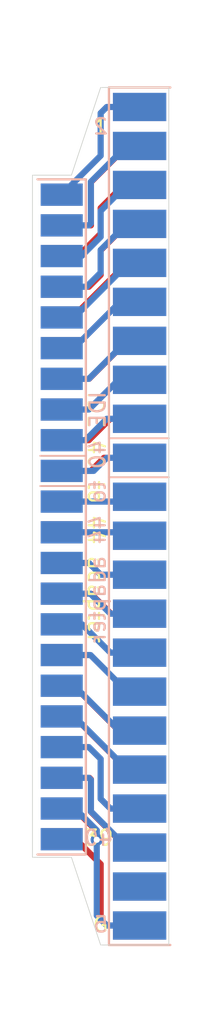
<source format=kicad_pcb>
(kicad_pcb (version 20211014) (generator pcbnew)
  (layers (0 "F.Cu" signal) (31 "B.Cu" signal) (34 "B.Paste" user) (35 "F.Paste" user) (36 "B.SilkS" user "B.Silkscreen") (37 "F.SilkS" user "F.Silkscreen") (38 "B.Mask" user) (39 "F.Mask" user) (44 "Edge.Cuts" user))
  (net 0 "")
  (net 1 "+5V")
  (net 2 "GND")
  (net 3 "/_CS1")
  (net 4 "/DA2")
  (net 5 "/PDIAG")
  (net 6 "/_IOCS16")
  (net 7 "/CSEL")
  (net 8 "/KEY")
  (net 9 "/DD15")
  (net 10 "/DD14")
  (net 11 "/DD13")
  (net 12 "/DD12")
  (net 13 "/DD11")
  (net 14 "/DD10")
  (net 15 "/DD9")
  (net 16 "/DD8")
  (net 17 "/_ACTIVE")
  (net 18 "/_CS0")
  (net 19 "/DA0")
  (net 20 "/DA1")
  (net 21 "/INTRQ")
  (net 22 "/_DMACK")
  (net 23 "/IORDY")
  (net 24 "/_DIOR")
  (net 25 "/_DIOW")
  (net 26 "/DMARQ")
  (net 27 "/DD0")
  (net 28 "/DD1")
  (net 29 "/DD2")
  (net 30 "/DD3")
  (net 31 "/DD4")
  (net 32 "/DD5")
  (net 33 "/DD6")
  (net 34 "/DD7")
  (net 35 "/_DRESET")
  (footprint "Sassa:Pin_Header_2x22_Male_EdgeMount_Pitch2.54mm" (layer "B.Cu") (at 183.515 67.31 -90)
    (fp_text reference "J1" hide)
    (fp_text value "IDE 40 male input")
    (fp_line (start 54.61 -2) (end 54.61 2) (layer "B.SilkS") (width 0.15))
    (fp_line (start -1.27 -2) (end -1.27 2) (layer "B.SilkS") (width 0.15))
    (fp_line (start 54.61 2) (end -1.27 2) (layer "B.SilkS") (width 0.15))
    (pad "1" smd rect locked (at 0 0 270) (size 1.846667 3.48) (layers "F.Cu" "F.Paste" "F.Mask") (net 35 "/_DRESET"))
    (pad "2" smd rect locked (at 0 0 270) (size 1.846667 3.48) (layers "B.Cu" "B.Paste" "B.Mask") (net 2 "GND"))
    (pad "3" smd rect locked (at 2.54 0 270) (size 1.846667 3.48) (layers "F.Cu" "F.Paste" "F.Mask") (net 34 "/DD7"))
    (pad "4" smd rect locked (at 2.54 0 270) (size 1.846667 3.48) (layers "B.Cu" "B.Paste" "B.Mask") (net 16 "/DD8"))
    (pad "5" smd rect locked (at 5.08 0 270) (size 1.846667 3.48) (layers "F.Cu" "F.Paste" "F.Mask") (net 33 "/DD6"))
    (pad "6" smd rect locked (at 5.08 0 270) (size 1.846667 3.48) (layers "B.Cu" "B.Paste" "B.Mask") (net 15 "/DD9"))
    (pad "7" smd rect locked (at 7.62 0 270) (size 1.846667 3.48) (layers "F.Cu" "F.Paste" "F.Mask") (net 32 "/DD5"))
    (pad "8" smd rect locked (at 7.62 0 270) (size 1.846667 3.48) (layers "B.Cu" "B.Paste" "B.Mask") (net 14 "/DD10"))
    (pad "9" smd rect locked (at 10.16 0 270) (size 1.846667 3.48) (layers "F.Cu" "F.Paste" "F.Mask") (net 31 "/DD4"))
    (pad "10" smd rect locked (at 10.16 0 270) (size 1.846667 3.48) (layers "B.Cu" "B.Paste" "B.Mask") (net 13 "/DD11"))
    (pad "11" smd rect locked (at 12.7 0 270) (size 1.846667 3.48) (layers "F.Cu" "F.Paste" "F.Mask") (net 30 "/DD3"))
    (pad "12" smd rect locked (at 12.7 0 270) (size 1.846667 3.48) (layers "B.Cu" "B.Paste" "B.Mask") (net 12 "/DD12"))
    (pad "13" smd rect locked (at 15.24 0 270) (size 1.846667 3.48) (layers "F.Cu" "F.Paste" "F.Mask") (net 29 "/DD2"))
    (pad "14" smd rect locked (at 15.24 0 270) (size 1.846667 3.48) (layers "B.Cu" "B.Paste" "B.Mask") (net 11 "/DD13"))
    (pad "15" smd rect locked (at 17.78 0 270) (size 1.846667 3.48) (layers "F.Cu" "F.Paste" "F.Mask") (net 28 "/DD1"))
    (pad "16" smd rect locked (at 17.78 0 270) (size 1.846667 3.48) (layers "B.Cu" "B.Paste" "B.Mask") (net 10 "/DD14"))
    (pad "17" smd rect locked (at 20.32 0 270) (size 1.846667 3.48) (layers "F.Cu" "F.Paste" "F.Mask") (net 27 "/DD0"))
    (pad "18" smd rect locked (at 20.32 0 270) (size 1.846667 3.48) (layers "B.Cu" "B.Paste" "B.Mask") (net 9 "/DD15"))
    (pad "19" smd rect locked (at 22.86 0 270) (size 1.846667 3.48) (layers "F.Cu" "F.Paste" "F.Mask") (net 2 "GND"))
    (pad "20" smd rect locked (at 22.86 0 270) (size 1.846667 3.48) (layers "B.Cu" "B.Paste" "B.Mask") (net 8 "/KEY"))
    (pad "21" smd rect locked (at 25.4 0 270) (size 1.846667 3.48) (layers "F.Cu" "F.Paste" "F.Mask") (net 26 "/DMARQ"))
    (pad "22" smd rect locked (at 25.4 0 270) (size 1.846667 3.48) (layers "B.Cu" "B.Paste" "B.Mask") (net 2 "GND"))
    (pad "23" smd rect locked (at 27.94 0 270) (size 1.846667 3.48) (layers "F.Cu" "F.Paste" "F.Mask") (net 25 "/_DIOW"))
    (pad "24" smd rect locked (at 27.94 0 270) (size 1.846667 3.48) (layers "B.Cu" "B.Paste" "B.Mask") (net 2 "GND"))
    (pad "25" smd rect locked (at 30.48 0 270) (size 1.846667 3.48) (layers "F.Cu" "F.Paste" "F.Mask") (net 24 "/_DIOR"))
    (pad "26" smd rect locked (at 30.48 0 270) (size 1.846667 3.48) (layers "B.Cu" "B.Paste" "B.Mask") (net 2 "GND"))
    (pad "27" smd rect locked (at 33.02 0 270) (size 1.846667 3.48) (layers "F.Cu" "F.Paste" "F.Mask") (net 23 "/IORDY"))
    (pad "28" smd rect locked (at 33.02 0 270) (size 1.846667 3.48) (layers "B.Cu" "B.Paste" "B.Mask") (net 7 "/CSEL"))
    (pad "29" smd rect locked (at 35.56 0 270) (size 1.846667 3.48) (layers "F.Cu" "F.Paste" "F.Mask") (net 22 "/_DMACK"))
    (pad "30" smd rect locked (at 35.56 0 270) (size 1.846667 3.48) (layers "B.Cu" "B.Paste" "B.Mask") (net 2 "GND"))
    (pad "31" smd rect locked (at 38.1 0 270) (size 1.846667 3.48) (layers "F.Cu" "F.Paste" "F.Mask") (net 21 "/INTRQ"))
    (pad "32" smd rect locked (at 38.1 0 270) (size 1.846667 3.48) (layers "B.Cu" "B.Paste" "B.Mask") (net 6 "/_IOCS16"))
    (pad "33" smd rect locked (at 40.64 0 270) (size 1.846667 3.48) (layers "F.Cu" "F.Paste" "F.Mask") (net 20 "/DA1"))
    (pad "34" smd rect locked (at 40.64 0 270) (size 1.846667 3.48) (layers "B.Cu" "B.Paste" "B.Mask") (net 5 "/PDIAG"))
    (pad "35" smd rect locked (at 43.18 0 270) (size 1.846667 3.48) (layers "F.Cu" "F.Paste" "F.Mask") (net 19 "/DA0"))
    (pad "36" smd rect locked (at 43.18 0 270) (size 1.846667 3.48) (layers "B.Cu" "B.Paste" "B.Mask") (net 4 "/DA2"))
    (pad "37" smd rect locked (at 45.72 0 270) (size 1.846667 3.48) (layers "F.Cu" "F.Paste" "F.Mask") (net 18 "/_CS0"))
    (pad "38" smd rect locked (at 45.72 0 270) (size 1.846667 3.48) (layers "B.Cu" "B.Paste" "B.Mask") (net 3 "/_CS1"))
    (pad "39" smd rect locked (at 48.26 0 270) (size 1.846667 3.48) (layers "F.Cu" "F.Paste" "F.Mask") (net 17 "/_ACTIVE"))
    (pad "40" smd rect locked (at 48.26 0 270) (size 1.846667 3.48) (layers "B.Cu" "B.Paste" "B.Mask") (net 2 "GND"))
    (pad "41" smd rect locked (at 50.8 0 270) (size 1.846667 3.48) (layers "F.Cu" "F.Paste" "F.Mask"))
    (pad "42" smd rect locked (at 50.8 0 270) (size 1.846667 3.48) (layers "B.Cu" "B.Paste" "B.Mask"))
    (pad "43" smd rect locked (at 53.34 0 270) (size 1.846667 3.48) (layers "F.Cu" "F.Paste" "F.Mask") (net 2 "GND"))
    (pad "44" smd rect locked (at 53.34 0 270) (size 1.846667 3.48) (layers "B.Cu" "B.Paste" "B.Mask") (net 1 "+5V"))
  )
  (footprint "Sassa:Pin_Header_2x22_Female_EdgeMount_Pitch2.00mm" (layer "B.Cu") (at 178.435 73.025 90)
    (fp_text reference "J2" hide)
    (fp_text value "IDE 44 female output")
    (fp_line (start -43 -1.575) (end -43 1.575) (layer "B.SilkS") (width 0.15))
    (fp_line (start 1 -1.575) (end 1 1.575) (layer "B.SilkS") (width 0.15))
    (fp_line (start 1 1.575) (end -43 1.575) (layer "B.SilkS") (width 0.15))
    (pad "1" smd rect locked (at 0 0 90) (size 1.454 2.74) (layers "F.Cu" "F.Paste" "F.Mask") (net 35 "/_DRESET"))
    (pad "2" smd rect locked (at 0 0 90) (size 1.454 2.74) (layers "B.Cu" "B.Paste" "B.Mask") (net 2 "GND"))
    (pad "3" smd rect locked (at -2 0 90) (size 1.454 2.74) (layers "F.Cu" "F.Paste" "F.Mask") (net 34 "/DD7"))
    (pad "4" smd rect locked (at -2 0 90) (size 1.454 2.74) (layers "B.Cu" "B.Paste" "B.Mask") (net 16 "/DD8"))
    (pad "5" smd rect locked (at -4 0 90) (size 1.454 2.74) (layers "F.Cu" "F.Paste" "F.Mask") (net 33 "/DD6"))
    (pad "6" smd rect locked (at -4 0 90) (size 1.454 2.74) (layers "B.Cu" "B.Paste" "B.Mask") (net 15 "/DD9"))
    (pad "7" smd rect locked (at -6 0 90) (size 1.454 2.74) (layers "F.Cu" "F.Paste" "F.Mask") (net 32 "/DD5"))
    (pad "8" smd rect locked (at -6 0 90) (size 1.454 2.74) (layers "B.Cu" "B.Paste" "B.Mask") (net 14 "/DD10"))
    (pad "9" smd rect locked (at -8 0 90) (size 1.454 2.74) (layers "F.Cu" "F.Paste" "F.Mask") (net 31 "/DD4"))
    (pad "10" smd rect locked (at -8 0 90) (size 1.454 2.74) (layers "B.Cu" "B.Paste" "B.Mask") (net 13 "/DD11"))
    (pad "11" smd rect locked (at -10 0 90) (size 1.454 2.74) (layers "F.Cu" "F.Paste" "F.Mask") (net 30 "/DD3"))
    (pad "12" smd rect locked (at -10 0 90) (size 1.454 2.74) (layers "B.Cu" "B.Paste" "B.Mask") (net 12 "/DD12"))
    (pad "13" smd rect locked (at -12 0 90) (size 1.454 2.74) (layers "F.Cu" "F.Paste" "F.Mask") (net 29 "/DD2"))
    (pad "14" smd rect locked (at -12 0 90) (size 1.454 2.74) (layers "B.Cu" "B.Paste" "B.Mask") (net 11 "/DD13"))
    (pad "15" smd rect locked (at -14 0 90) (size 1.454 2.74) (layers "F.Cu" "F.Paste" "F.Mask") (net 28 "/DD1"))
    (pad "16" smd rect locked (at -14 0 90) (size 1.454 2.74) (layers "B.Cu" "B.Paste" "B.Mask") (net 10 "/DD14"))
    (pad "17" smd rect locked (at -16 0 90) (size 1.454 2.74) (layers "F.Cu" "F.Paste" "F.Mask") (net 27 "/DD0"))
    (pad "18" smd rect locked (at -16 0 90) (size 1.454 2.74) (layers "B.Cu" "B.Paste" "B.Mask") (net 9 "/DD15"))
    (pad "19" smd rect locked (at -18 0 90) (size 1.454 2.74) (layers "F.Cu" "F.Paste" "F.Mask") (net 2 "GND"))
    (pad "20" smd rect locked (at -18 0 90) (size 1.454 2.74) (layers "B.Cu" "B.Paste" "B.Mask") (net 8 "/KEY"))
    (pad "21" smd rect locked (at -20 0 90) (size 1.454 2.74) (layers "F.Cu" "F.Paste" "F.Mask") (net 26 "/DMARQ"))
    (pad "22" smd rect locked (at -20 0 90) (size 1.454 2.74) (layers "B.Cu" "B.Paste" "B.Mask") (net 2 "GND"))
    (pad "23" smd rect locked (at -22 0 90) (size 1.454 2.74) (layers "F.Cu" "F.Paste" "F.Mask") (net 25 "/_DIOW"))
    (pad "24" smd rect locked (at -22 0 90) (size 1.454 2.74) (layers "B.Cu" "B.Paste" "B.Mask") (net 2 "GND"))
    (pad "25" smd rect locked (at -24 0 90) (size 1.454 2.74) (layers "F.Cu" "F.Paste" "F.Mask") (net 24 "/_DIOR"))
    (pad "26" smd rect locked (at -24 0 90) (size 1.454 2.74) (layers "B.Cu" "B.Paste" "B.Mask") (net 2 "GND"))
    (pad "27" smd rect locked (at -26 0 90) (size 1.454 2.74) (layers "F.Cu" "F.Paste" "F.Mask") (net 23 "/IORDY"))
    (pad "28" smd rect locked (at -26 0 90) (size 1.454 2.74) (layers "B.Cu" "B.Paste" "B.Mask") (net 7 "/CSEL"))
    (pad "29" smd rect locked (at -28 0 90) (size 1.454 2.74) (layers "F.Cu" "F.Paste" "F.Mask") (net 22 "/_DMACK"))
    (pad "30" smd rect locked (at -28 0 90) (size 1.454 2.74) (layers "B.Cu" "B.Paste" "B.Mask") (net 2 "GND"))
    (pad "31" smd rect locked (at -30 0 90) (size 1.454 2.74) (layers "F.Cu" "F.Paste" "F.Mask") (net 21 "/INTRQ"))
    (pad "32" smd rect locked (at -30 0 90) (size 1.454 2.74) (layers "B.Cu" "B.Paste" "B.Mask") (net 6 "/_IOCS16"))
    (pad "33" smd rect locked (at -32 0 90) (size 1.454 2.74) (layers "F.Cu" "F.Paste" "F.Mask") (net 20 "/DA1"))
    (pad "34" smd rect locked (at -32 0 90) (size 1.454 2.74) (layers "B.Cu" "B.Paste" "B.Mask") (net 5 "/PDIAG"))
    (pad "35" smd rect locked (at -34 0 90) (size 1.454 2.74) (layers "F.Cu" "F.Paste" "F.Mask") (net 19 "/DA0"))
    (pad "36" smd rect locked (at -34 0 90) (size 1.454 2.74) (layers "B.Cu" "B.Paste" "B.Mask") (net 4 "/DA2"))
    (pad "37" smd rect locked (at -36 0 90) (size 1.454 2.74) (layers "F.Cu" "F.Paste" "F.Mask") (net 18 "/_CS0"))
    (pad "38" smd rect locked (at -36 0 90) (size 1.454 2.74) (layers "B.Cu" "B.Paste" "B.Mask") (net 3 "/_CS1"))
    (pad "39" smd rect locked (at -38 0 90) (size 1.454 2.74) (layers "F.Cu" "F.Paste" "F.Mask") (net 17 "/_ACTIVE"))
    (pad "40" smd rect locked (at -38 0 90) (size 1.454 2.74) (layers "B.Cu" "B.Paste" "B.Mask") (net 2 "GND"))
    (pad "41" smd rect locked (at -40 0 90) (size 1.454 2.74) (layers "F.Cu" "F.Paste" "F.Mask") (net 1 "+5V"))
    (pad "42" smd rect locked (at -40 0 90) (size 1.454 2.74) (layers "B.Cu" "B.Paste" "B.Mask") (net 1 "+5V"))
    (pad "43" smd rect locked (at -42 0 90) (size 1.454 2.74) (layers "F.Cu" "F.Paste" "F.Mask") (net 2 "GND"))
    (pad "44" smd rect locked (at -42 0 90) (size 1.454 2.74) (layers "B.Cu" "B.Paste" "B.Mask"))
  )
  (gr_line (start 177.038 90.043) (end 180.0225 90.043) (layer "B.SilkS") (width 0.12))
  (gr_line (start 177.038 92.0115) (end 180.0225 92.0115) (layer "B.SilkS") (width 0.12))
  (gr_line (start 185.42 88.9) (end 181.61 88.9) (layer "B.SilkS") (width 0.12))
  (gr_line (start 185.42 91.44) (end 181.61 91.44) (layer "B.SilkS") (width 0.12))
  (gr_line (start 176.53 116.205) (end 176.53 71.755) (layer "Edge.Cuts") (width 0.05))
  (gr_line (start 180.975 121.92) (end 179.07 116.205) (layer "Edge.Cuts") (width 0.05))
  (gr_line (start 179.07 71.755) (end 180.975 66.04) (layer "Edge.Cuts") (width 0.05))
  (gr_line (start 176.53 71.755) (end 179.07 71.755) (layer "Edge.Cuts") (width 0.05))
  (gr_line (start 185.42 66.04) (end 185.42 121.92) (layer "Edge.Cuts") (width 0.05))
  (gr_line (start 185.42 121.92) (end 180.975 121.92) (layer "Edge.Cuts") (width 0.05))
  (gr_line (start 179.07 116.205) (end 176.53 116.205) (layer "Edge.Cuts") (width 0.05))
  (gr_line (start 180.975 66.04) (end 185.42 66.04) (layer "Edge.Cuts") (width 0.05))
  (gr_text "40" (at 180.848 114.935) (layer "B.SilkS") (effects (font (size 1 1)) (justify mirror)))
  (gr_text "2" (at 180.975 68.58) (layer "B.SilkS") (effects (font (size 1 1)) (justify mirror)))
  (gr_text "IDE 40 to 44 adapter" (at 180.7845 94.0435 90) (layer "B.SilkS") (effects (font (size 1 1)) (justify mirror)))
  (gr_text "5" (at 180.975 120.5865) (layer "B.SilkS") (effects (font (size 1 1)) (justify mirror)))
  (gr_text "G" (at 180.975 120.5865) (layer "F.SilkS") (effects (font (size 1 1))))
  (gr_text "IDE 40 to 44 adapter" (at 180.6575 94.0435 270) (layer "F.SilkS") (effects (font (size 1 1))))
  (gr_text "1" (at 180.975 68.58) (layer "F.SilkS") (effects (font (size 1 1))))
  (gr_text "39" (at 180.848 114.935) (layer "F.SilkS") (effects (font (size 1 1))))
  (segment (start 179.249685 113.025) (end 180.721 114.496315) (width 0.4) (layer "F.Cu") (net 1))
  (segment (start 180.721 114.496315) (end 180.721 115.062) (width 0.4) (layer "F.Cu") (net 1))
  (segment (start 178.435 113.025) (end 179.249685 113.025) (width 0.4) (layer "F.Cu") (net 1))
  (via (at 180.721 115.062) (size 0.8) (drill 0.4) (layers "F.Cu" "B.Cu") (net 1))
  (segment (start 181.375 120.65) (end 183.515 120.65) (width 0.4) (layer "B.Cu") (net 1))
  (segment (start 179.304792 113.025) (end 180.721 114.441208) (width 0.4) (layer "B.Cu") (net 1))
  (segment (start 178.435 113.025) (end 179.304792 113.025) (width 0.4) (layer "B.Cu") (net 1))
  (segment (start 180.721 114.441208) (end 180.721 119.996) (width 0.4) (layer "B.Cu") (net 1))
  (segment (start 180.721 119.996) (end 181.375 120.65) (width 0.4) (layer "B.Cu") (net 1))
  (segment (start 181.375 120.65) (end 183.515 120.65) (width 0.4) (layer "F.Cu") (net 2))
  (segment (start 180.975 120.25) (end 181.375 120.65) (width 0.4) (layer "F.Cu") (net 2))
  (segment (start 178.435 91.025) (end 180.34 91.025) (width 0.4) (layer "F.Cu") (net 2))
  (segment (start 178.435 115.025) (end 179.3525 115.025) (width 0.4) (layer "F.Cu") (net 2))
  (segment (start 181.195 90.17) (end 183.515 90.17) (width 0.4) (layer "F.Cu") (net 2))
  (segment (start 179.3525 115.025) (end 180.975 116.6475) (width 0.4) (layer "F.Cu") (net 2))
  (segment (start 180.34 91.025) (end 181.195 90.17) (width 0.4) (layer "F.Cu") (net 2))
  (segment (start 180.975 116.6475) (end 180.975 120.25) (width 0.4) (layer "F.Cu") (net 2))
  (segment (start 178.435 93.025) (end 183.2 93.025) (width 0.4) (layer "B.Cu") (net 2))
  (segment (start 178.435 73.025) (end 180.975 70.485) (width 0.4) (layer "B.Cu") (net 2))
  (segment (start 180.34 111.16) (end 180.34 113.211666) (width 0.4) (layer "B.Cu") (net 2))
  (segment (start 178.435 111.025) (end 180.205 111.025) (width 0.4) (layer "B.Cu") (net 2))
  (segment (start 180.21 97.025) (end 178.435 97.025) (width 0.4) (layer "B.Cu") (net 2))
  (segment (start 180.975 67.71) (end 181.375 67.31) (width 0.4) (layer "B.Cu") (net 2))
  (segment (start 178.435 95.025) (end 183.29 95.025) (width 0.4) (layer "B.Cu") (net 2))
  (segment (start 183.515 102.87) (end 181.61 102.87) (width 0.4) (layer "B.Cu") (net 2))
  (segment (start 180.975 70.485) (end 180.975 67.71) (width 0.4) (layer "B.Cu") (net 2))
  (segment (start 180.34 113.211666) (end 182.698334 115.57) (width 0.4) (layer "B.Cu") (net 2))
  (segment (start 181.61 102.87) (end 179.765 101.025) (width 0.4) (layer "B.Cu") (net 2))
  (segment (start 180.975 97.79) (end 180.21 97.025) (width 0.4) (layer "B.Cu") (net 2))
  (segment (start 183.2 93.025) (end 183.515 92.71) (width 0.4) (layer "B.Cu") (net 2))
  (segment (start 179.765 101.025) (end 178.435 101.025) (width 0.4) (layer "B.Cu") (net 2))
  (segment (start 183.29 95.025) (end 183.515 95.25) (width 0.4) (layer "B.Cu") (net 2))
  (segment (start 180.205 111.025) (end 180.34 111.16) (width 0.4) (layer "B.Cu") (net 2))
  (segment (start 182.698334 115.57) (end 183.515 115.57) (width 0.4) (layer "B.Cu") (net 2))
  (segment (start 181.375 67.31) (end 183.515 67.31) (width 0.4) (layer "B.Cu") (net 2))
  (segment (start 183.515 97.79) (end 180.975 97.79) (width 0.4) (layer "B.Cu") (net 2))
  (segment (start 183.515 113.03) (end 181.61 113.03) (width 0.4) (layer "B.Cu") (net 3))
  (segment (start 180.975 112.395) (end 180.975 109.795) (width 0.4) (layer "B.Cu") (net 3))
  (segment (start 180.205 109.025) (end 178.435 109.025) (width 0.4) (layer "B.Cu") (net 3))
  (segment (start 181.61 113.03) (end 180.975 112.395) (width 0.4) (layer "B.Cu") (net 3))
  (segment (start 180.975 109.795) (end 180.205 109.025) (width 0.4) (layer "B.Cu") (net 3))
  (segment (start 183.515 110.49) (end 182.717002 110.49) (width 0.4) (layer "B.Cu") (net 4))
  (segment (start 182.717002 110.49) (end 179.252002 107.025) (width 0.4) (layer "B.Cu") (net 4))
  (segment (start 179.252002 107.025) (end 178.435 107.025) (width 0.4) (layer "B.Cu") (net 4))
  (segment (start 179.252002 105.025) (end 178.435 105.025) (width 0.4) (layer "B.Cu") (net 5))
  (segment (start 183.515 107.95) (end 182.177002 107.95) (width 0.4) (layer "B.Cu") (net 5))
  (segment (start 182.177002 107.95) (end 179.252002 105.025) (width 0.4) (layer "B.Cu") (net 5))
  (segment (start 182.698334 105.41) (end 180.313334 103.025) (width 0.4) (layer "B.Cu") (net 6))
  (segment (start 180.313334 103.025) (end 180.205 103.025) (width 0.4) (layer "B.Cu") (net 6))
  (segment (start 183.515 105.41) (end 182.698334 105.41) (width 0.4) (layer "B.Cu") (net 6))
  (segment (start 180.205 103.025) (end 178.435 103.025) (width 0.4) (layer "B.Cu") (net 6))
  (segment (start 181.61 100.33) (end 180.305 99.025) (width 0.4) (layer "B.Cu") (net 7))
  (segment (start 180.305 99.025) (end 178.435 99.025) (width 0.4) (layer "B.Cu") (net 7))
  (segment (start 183.515 100.33) (end 181.61 100.33) (width 0.4) (layer "B.Cu") (net 7))
  (segment (start 183.515 90.17) (end 181.375 90.17) (width 0.4) (layer "B.Cu") (net 8))
  (segment (start 180.52 91.025) (end 178.435 91.025) (width 0.4) (layer "B.Cu") (net 8))
  (segment (start 181.375 90.17) (end 180.52 91.025) (width 0.4) (layer "B.Cu") (net 8))
  (segment (start 179.98 89.025) (end 178.435 89.025) (width 0.4) (layer "B.Cu") (net 9))
  (segment (start 181.375 87.63) (end 179.98 89.025) (width 0.4) (layer "B.Cu") (net 9))
  (segment (start 183.515 87.63) (end 181.375 87.63) (width 0.4) (layer "B.Cu") (net 9))
  (segment (start 183.515 85.09) (end 182.14 85.09) (width 0.4) (layer "B.Cu") (net 10))
  (segment (start 180.205 87.025) (end 178.435 87.025) (width 0.4) (layer "B.Cu") (net 10))
  (segment (start 182.14 85.09) (end 180.205 87.025) (width 0.4) (layer "B.Cu") (net 10))
  (segment (start 182.68 82.55) (end 180.205 85.025) (width 0.4) (layer "B.Cu") (net 11))
  (segment (start 180.205 85.025) (end 178.435 85.025) (width 0.4) (layer "B.Cu") (net 11))
  (segment (start 183.515 82.55) (end 182.68 82.55) (width 0.4) (layer "B.Cu") (net 11))
  (segment (start 183.515 80.01) (end 182.245 80.01) (width 0.4) (layer "B.Cu") (net 12))
  (segment (start 182.245 80.01) (end 179.23 83.025) (width 0.4) (layer "B.Cu") (net 12))
  (segment (start 179.23 83.025) (end 178.435 83.025) (width 0.4) (layer "B.Cu") (net 12))
  (segment (start 179.252002 81.025) (end 178.435 81.025) (width 0.4) (layer "B.Cu") (net 13))
  (segment (start 183.515 77.47) (end 182.807002 77.47) (width 0.4) (layer "B.Cu") (net 13))
  (segment (start 182.807002 77.47) (end 179.252002 81.025) (width 0.4) (layer "B.Cu") (net 13))
  (segment (start 183.515 74.93) (end 182.671665 74.93) (width 0.4) (layer "B.Cu") (net 14))
  (segment (start 180.975 76.626665) (end 180.975 78.105) (width 0.4) (layer "B.Cu") (net 14))
  (segment (start 182.671665 74.93) (end 180.975 76.626665) (width 0.4) (layer "B.Cu") (net 14))
  (segment (start 180.975 78.105) (end 180.055 79.025) (width 0.4) (layer "B.Cu") (net 14))
  (segment (start 180.055 79.025) (end 178.435 79.025) (width 0.4) (layer "B.Cu") (net 14))
  (segment (start 180.975 74.086665) (end 180.975 75.778123) (width 0.4) (layer "B.Cu") (net 15))
  (segment (start 180.975 75.778123) (end 179.728123 77.025) (width 0.4) (layer "B.Cu") (net 15))
  (segment (start 183.515 72.39) (end 182.671665 72.39) (width 0.4) (layer "B.Cu") (net 15))
  (segment (start 179.728123 77.025) (end 178.435 77.025) (width 0.4) (layer "B.Cu") (net 15))
  (segment (start 182.671665 72.39) (end 180.975 74.086665) (width 0.4) (layer "B.Cu") (net 15))
  (segment (start 180.205 75.025) (end 178.435 75.025) (width 0.4) (layer "B.Cu") (net 16))
  (segment (start 182.671665 69.85) (end 180.34 72.181665) (width 0.4) (layer "B.Cu") (net 16))
  (segment (start 183.515 69.85) (end 182.671665 69.85) (width 0.4) (layer "B.Cu") (net 16))
  (segment (start 180.34 74.89) (end 180.205 75.025) (width 0.4) (layer "B.Cu") (net 16))
  (segment (start 180.34 72.181665) (end 180.34 74.89) (width 0.4) (layer "B.Cu") (net 16))
  (segment (start 178.435 111.025) (end 180.24 111.025) (width 0.4) (layer "F.Cu") (net 17))
  (segment (start 180.34 111.125) (end 180.34 113.243543) (width 0.4) (layer "F.Cu") (net 17))
  (segment (start 180.24 111.025) (end 180.34 111.125) (width 0.4) (layer "F.Cu") (net 17))
  (segment (start 182.666457 115.57) (end 183.515 115.57) (width 0.4) (layer "F.Cu") (net 17))
  (segment (start 180.34 113.243543) (end 182.666457 115.57) (width 0.4) (layer "F.Cu") (net 17))
  (segment (start 180.205 109.025) (end 180.975 109.795) (width 0.4) (layer "F.Cu") (net 18))
  (segment (start 180.975 109.795) (end 180.975 112.395) (width 0.4) (layer "F.Cu") (net 18))
  (segment (start 180.975 112.395) (end 181.61 113.03) (width 0.4) (layer "F.Cu") (net 18))
  (segment (start 181.61 113.03) (end 183.515 113.03) (width 0.4) (layer "F.Cu") (net 18))
  (segment (start 178.435 109.025) (end 180.205 109.025) (width 0.4) (layer "F.Cu") (net 18))
  (segment (start 179.233334 107.025) (end 182.698334 110.49) (width 0.4) (layer "F.Cu") (net 19))
  (segment (start 178.435 107.025) (end 179.233334 107.025) (width 0.4) (layer "F.Cu") (net 19))
  (segment (start 182.698334 110.49) (end 183.515 110.49) (width 0.4) (layer "F.Cu") (net 19))
  (segment (start 178.435 105.025) (end 179.229167 105.025) (width 0.4) (layer "F.Cu") (net 20))
  (segment (start 179.229167 105.025) (end 182.154167 107.95) (width 0.4) (layer "F.Cu") (net 20))
  (segment (start 182.154167 107.95) (end 183.515 107.95) (width 0.4) (layer "F.Cu") (net 20))
  (segment (start 178.435 103.025) (end 180.313334 103.025) (width 0.4) (layer "F.Cu") (net 21))
  (segment (start 180.313334 103.025) (end 182.698334 105.41) (width 0.4) (layer "F.Cu") (net 21))
  (segment (start 182.698334 105.41) (end 183.515 105.41) (width 0.4) (layer "F.Cu") (net 21))
  (segment (start 181.61 102.87) (end 183.515 102.87) (width 0.4) (layer "F.Cu") (net 22))
  (segment (start 179.765 101.025) (end 181.61 102.87) (width 0.4) (layer "F.Cu") (net 22))
  (segment (start 178.435 101.025) (end 179.765 101.025) (width 0.4) (layer "F.Cu") (net 22))
  (segment (start 180.34 99.025) (end 181.645 100.33) (width 0.4) (layer "F.Cu") (net 23))
  (segment (start 178.435 99.025) (end 180.34 99.025) (width 0.4) (layer "F.Cu") (net 23))
  (segment (start 181.645 100.33) (end 183.515 100.33) (width 0.4) (layer "F.Cu") (net 23))
  (segment (start 178.435 97.025) (end 180.21 97.025) (width 0.4) (layer "F.Cu") (net 24))
  (segment (start 180.975 97.79) (end 183.515 97.79) (width 0.4) (layer "F.Cu") (net 24))
  (segment (start 180.21 97.025) (end 180.975 97.79) (width 0.4) (layer "F.Cu") (net 24))
  (segment (start 178.435 95.025) (end 183.29 95.025) (width 0.4) (layer "F.Cu") (net 25))
  (segment (start 183.29 95.025) (end 183.515 95.25) (width 0.4) (layer "F.Cu") (net 25))
  (segment (start 183.2 93.025) (end 183.515 92.71) (width 0.4) (layer "F.Cu") (net 26))
  (segment (start 178.435 93.025) (end 183.2 93.025) (width 0.4) (layer "F.Cu") (net 26))
  (segment (start 180.205 89.025) (end 181.6 87.63) (width 0.4) (layer "F.Cu") (net 27))
  (segment (start 178.435 89.025) (end 180.205 89.025) (width 0.4) (layer "F.Cu") (net 27))
  (segment (start 181.6 87.63) (end 183.515 87.63) (width 0.4) (layer "F.Cu") (net 27))
  (segment (start 178.435 87.025) (end 180.205 87.025) (width 0.4) (layer "F.Cu") (net 28))
  (segment (start 180.205 87.025) (end 182.14 85.09) (width 0.4) (layer "F.Cu") (net 28))
  (segment (start 182.14 85.09) (end 183.515 85.09) (width 0.4) (layer "F.Cu") (net 28))
  (segment (start 182.698334 82.55) (end 183.515 82.55) (width 0.4) (layer "F.Cu") (net 29))
  (segment (start 178.435 85.025) (end 180.223334 85.025) (width 0.4) (layer "F.Cu") (net 29))
  (segment (start 180.223334 85.025) (end 182.698334 82.55) (width 0.4) (layer "F.Cu") (net 29))
  (segment (start 178.435 83.025) (end 179.23 83.025) (width 0.4) (layer "F.Cu") (net 30))
  (segment (start 179.23 83.025) (end 182.245 80.01) (width 0.4) (layer "F.Cu") (net 30))
  (segment (start 182.245 80.01) (end 183.515 80.01) (width 0.4) (layer "F.Cu") (net 30))
  (segment (start 178.435 81.025) (end 179.143334 81.025) (width 0.4) (layer "F.Cu") (net 31))
  (segment (start 179.143334 81.025) (end 182.698334 77.47) (width 0.4) (layer "F.Cu") (net 31))
  (segment (start 182.698334 77.47) (end 183.515 77.47) (width 0.4) (layer "F.Cu") (net 31))
  (segment (start 180.975 76.653334) (end 182.698334 74.93) (width 0.4) (layer "F.Cu") (net 32))
  (segment (start 180.205 79.025) (end 180.975 78.255) (width 0.4) (layer "F.Cu") (net 32))
  (segment (start 182.698334 74.93) (end 183.515 74.93) (width 0.4) (layer "F.Cu") (net 32))
  (segment (start 180.975 78.255) (end 180.975 76.653334) (width 0.4) (layer "F.Cu") (net 32))
  (segment (start 178.435 79.025) (end 180.205 79.025) (width 0.4) (layer "F.Cu") (net 32))
  (segment (start 182.480001 72.39) (end 183.515 72.39) (width 0.4) (layer "F.Cu") (net 33))
  (segment (start 180.975 73.895001) (end 182.480001 72.39) (width 0.4) (layer "F.Cu") (net 33))
  (segment (start 179.515 77.025) (end 180.975 75.565) (width 0.4) (layer "F.Cu") (net 33))
  (segment (start 178.435 77.025) (end 179.515 77.025) (width 0.4) (layer "F.Cu") (net 33))
  (segment (start 180.975 75.565) (end 180.975 73.895001) (width 0.4) (layer "F.Cu") (net 33))
  (segment (start 178.435 75.025) (end 180.34 75.024999) (width 0.4) (layer "F.Cu") (net 34))
  (segment (start 182.698334 69.85) (end 183.515 69.85) (width 0.4) (layer "F.Cu") (net 34))
  (segment (start 180.34 75.024999) (end 180.34 72.208334) (width 0.4) (layer "F.Cu") (net 34))
  (segment (start 180.34 72.208334) (end 182.698334 69.85) (width 0.4) (layer "F.Cu") (net 34))
  (segment (start 180.975 67.71) (end 181.375 67.31) (width 0.4) (layer "F.Cu") (net 35))
  (segment (start 181.375 67.31) (end 183.515 67.31) (width 0.4) (layer "F.Cu") (net 35))
  (segment (start 180.975 70.485) (end 180.975 67.71) (width 0.4) (layer "F.Cu") (net 35))
  (segment (start 178.435 73.025) (end 180.975 70.485) (width 0.4) (layer "F.Cu") (net 35))
)
</source>
